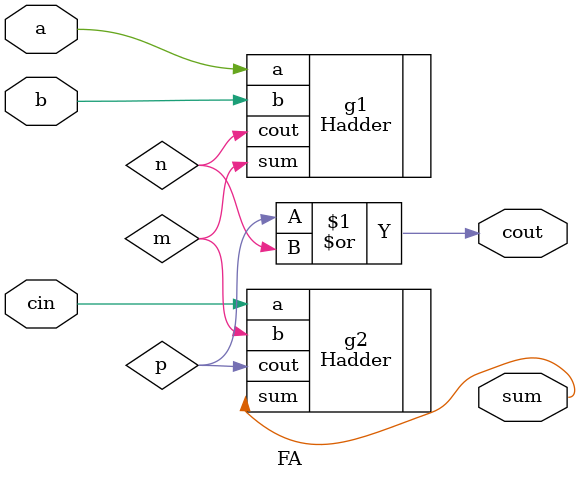
<source format=v>
`timescale 1ns / 1ps


module FA(a,b,cin,cout,sum);
input a,b, cin;
output cout,sum;
wire m,n,p;
Hadder g1(.a(a),.b(b),.cout(n),.sum(m));
Hadder g2(.a(cin),.b(m),.cout(p),.sum(sum));

assign cout = p|n;

endmodule


</source>
